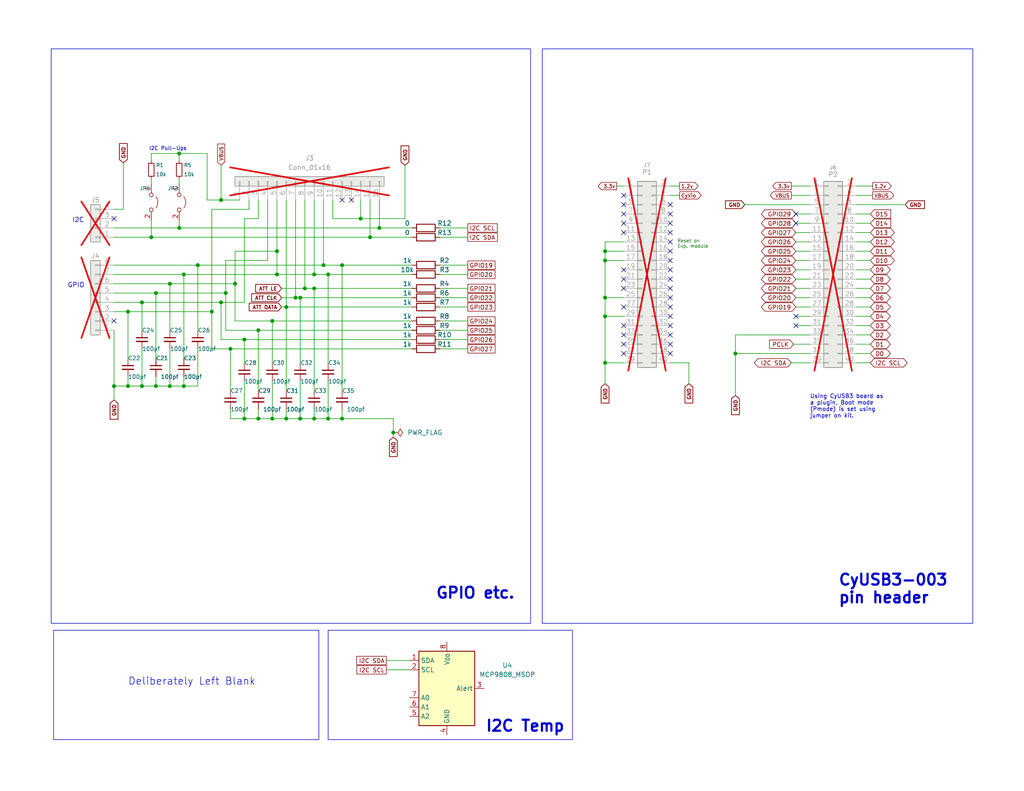
<source format=kicad_sch>
(kicad_sch (version 20231120) (generator "eeschema") (generator_version "8.0")
  (paper "USLetter")
  (title_block (title "PSWS-HF103-proto") (date "2025-04-28") (rev "0.1.0") (company "Dave Witten, KD0EAG") (comment 2 "[ A Minimalist Rework of HF-103 designed by Oskar Stella, ik1xpv ]") (comment 3 "Infineon/Cypress  FX3 DevKit and LTC2208 Demo modules") (comment 4 "A development straw-man based on the") (comment 5 " "))
  (lib_symbols
    (symbol "ClemSDR_Library:R_Small" (pin_numbers hide) (pin_names (offset 0.254) hide)
      (property "Reference" "R" (at 0.762 0.508 0))
      (property "Value" "R_Small" (at 0.762 -1.016 0))
      (symbol "R_Small_1_1"
        (pin passive line (at 0 2.54 270) (length 0.762) (name "~") (number "1"))
        (pin passive line (at 0 -2.54 90) (length 0.762) (name "~") (number "2"))
      )
    )
    (symbol "Conn_02x20_Odd_Even_1" (pin_names (offset 1.016) hide)
      (property "Reference" "J" (at 1.27 25.4 0))
      (property "Value" "Conn_02x20_Odd_Even" (at 1.27 -27.94 0))
      (symbol "Conn_02x20_Odd_Even_1_1_1"
        (pin passive line (at -5.08 22.86 0) (length 3.81) (name "Pin_1") (number "1"))
        (pin passive line (at 7.62 12.7 180) (length 3.81) (name "Pin_10") (number "10"))
        (pin passive line (at -5.08 10.16 0) (length 3.81) (name "Pin_11") (number "11"))
        (pin passive line (at 7.62 10.16 180) (length 3.81) (name "Pin_12") (number "12"))
        (pin passive line (at -5.08 7.62 0) (length 3.81) (name "Pin_13") (number "13"))
        (pin passive line (at 7.62 7.62 180) (length 3.81) (name "Pin_14") (number "14"))
        (pin passive line (at -5.08 5.08 0) (length 3.81) (name "Pin_15") (number "15"))
        (pin passive line (at 7.62 5.08 180) (length 3.81) (name "Pin_16") (number "16"))
        (pin passive line (at -5.08 2.54 0) (length 3.81) (name "Pin_17") (number "17"))
        (pin passive line (at 7.62 2.54 180) (length 3.81) (name "Pin_18") (number "18"))
        (pin passive line (at -5.08 0 0) (length 3.81) (name "Pin_19") (number "19"))
        (pin passive line (at 7.62 22.86 180) (length 3.81) (name "Pin_2") (number "2"))
        (pin passive line (at 7.62 0 180) (length 3.81) (name "Pin_20") (number "20"))
        (pin passive line (at -5.08 -2.54 0) (length 3.81) (name "Pin_21") (number "21"))
        (pin passive line (at 7.62 -2.54 180) (length 3.81) (name "Pin_22") (number "22"))
        (pin passive line (at -5.08 -5.08 0) (length 3.81) (name "Pin_23") (number "23"))
        (pin passive line (at 7.62 -5.08 180) (length 3.81) (name "Pin_24") (number "24"))
        (pin passive line (at -5.08 -7.62 0) (length 3.81) (name "Pin_25") (number "25"))
        (pin passive line (at 7.62 -7.62 180) (length 3.81) (name "Pin_26") (number "26"))
        (pin passive line (at -5.08 -10.16 0) (length 3.81) (name "Pin_27") (number "27"))
        (pin passive line (at 7.62 -10.16 180) (length 3.81) (name "Pin_28") (number "28"))
        (pin passive line (at -5.08 -12.7 0) (length 3.81) (name "Pin_29") (number "29"))
        (pin passive line (at -5.08 20.32 0) (length 3.81) (name "Pin_3") (number "3"))
        (pin passive line (at 7.62 -12.7 180) (length 3.81) (name "Pin_30") (number "30"))
        (pin passive line (at -5.08 -15.24 0) (length 3.81) (name "Pin_31") (number "31"))
        (pin passive line (at 7.62 -15.24 180) (length 3.81) (name "Pin_32") (number "32"))
        (pin passive line (at -5.08 -17.78 0) (length 3.81) (name "Pin_33") (number "33"))
        (pin passive line (at 7.62 -17.78 180) (length 3.81) (name "Pin_34") (number "34"))
        (pin passive line (at -5.08 -20.32 0) (length 3.81) (name "Pin_35") (number "35"))
        (pin passive line (at 7.62 -20.32 180) (length 3.81) (name "Pin_36") (number "36"))
        (pin passive line (at -5.08 -22.86 0) (length 3.81) (name "Pin_37") (number "37"))
        (pin passive line (at 7.62 -22.86 180) (length 3.81) (name "Pin_38") (number "38"))
        (pin passive line (at -5.08 -25.4 0) (length 3.81) (name "Pin_39") (number "39"))
        (pin passive line (at 7.62 20.32 180) (length 3.81) (name "Pin_4") (number "4"))
        (pin passive line (at 7.62 -25.4 180) (length 3.81) (name "Pin_40") (number "40"))
        (pin passive line (at -5.08 17.78 0) (length 3.81) (name "Pin_5") (number "5"))
        (pin passive line (at 7.62 17.78 180) (length 3.81) (name "Pin_6") (number "6"))
        (pin passive line (at -5.08 15.24 0) (length 3.81) (name "Pin_7") (number "7"))
        (pin passive line (at 7.62 15.24 180) (length 3.81) (name "Pin_8") (number "8"))
        (pin passive line (at -5.08 12.7 0) (length 3.81) (name "Pin_9") (number "9"))
      )
    )
    (symbol "Connector_Generic:Conn_01x04" (pin_names (offset 1.016) hide)
      (property "Reference" "J" (at 0 5.08 0))
      (property "Value" "Conn_01x04" (at 0 -7.62 0))
      (symbol "Conn_01x04_1_1"
        (pin passive line (at -5.08 2.54 0) (length 3.81) (name "Pin_1") (number "1"))
        (pin passive line (at -5.08 0 0) (length 3.81) (name "Pin_2") (number "2"))
        (pin passive line (at -5.08 -2.54 0) (length 3.81) (name "Pin_3") (number "3"))
        (pin passive line (at -5.08 -5.08 0) (length 3.81) (name "Pin_4") (number "4"))
      )
    )
    (symbol "Connector_Generic:Conn_01x08" (pin_names (offset 1.016) hide)
      (property "Reference" "J" (at 0 10.16 0))
      (property "Value" "Conn_01x08" (at 0 -12.7 0))
      (symbol "Conn_01x08_1_1"
        (pin passive line (at -5.08 7.62 0) (length 3.81) (name "Pin_1") (number "1"))
        (pin passive line (at -5.08 5.08 0) (length 3.81) (name "Pin_2") (number "2"))
        (pin passive line (at -5.08 2.54 0) (length 3.81) (name "Pin_3") (number "3"))
        (pin passive line (at -5.08 0 0) (length 3.81) (name "Pin_4") (number "4"))
        (pin passive line (at -5.08 -2.54 0) (length 3.81) (name "Pin_5") (number "5"))
        (pin passive line (at -5.08 -5.08 0) (length 3.81) (name "Pin_6") (number "6"))
        (pin passive line (at -5.08 -7.62 0) (length 3.81) (name "Pin_7") (number "7"))
        (pin passive line (at -5.08 -10.16 0) (length 3.81) (name "Pin_8") (number "8"))
      )
    )
    (symbol "Connector_Generic:Conn_01x16" (pin_names (offset 1.016) hide)
      (property "Reference" "J" (at 0 20.32 0))
      (property "Value" "Conn_01x16" (at 0 -22.86 0))
      (symbol "Conn_01x16_1_1"
        (pin passive line (at -5.08 17.78 0) (length 3.81) (name "Pin_1") (number "1"))
        (pin passive line (at -5.08 -5.08 0) (length 3.81) (name "Pin_10") (number "10"))
        (pin passive line (at -5.08 -7.62 0) (length 3.81) (name "Pin_11") (number "11"))
        (pin passive line (at -5.08 -10.16 0) (length 3.81) (name "Pin_12") (number "12"))
        (pin passive line (at -5.08 -12.7 0) (length 3.81) (name "Pin_13") (number "13"))
        (pin passive line (at -5.08 -15.24 0) (length 3.81) (name "Pin_14") (number "14"))
        (pin passive line (at -5.08 -17.78 0) (length 3.81) (name "Pin_15") (number "15"))
        (pin passive line (at -5.08 -20.32 0) (length 3.81) (name "Pin_16") (number "16"))
        (pin passive line (at -5.08 15.24 0) (length 3.81) (name "Pin_2") (number "2"))
        (pin passive line (at -5.08 12.7 0) (length 3.81) (name "Pin_3") (number "3"))
        (pin passive line (at -5.08 10.16 0) (length 3.81) (name "Pin_4") (number "4"))
        (pin passive line (at -5.08 7.62 0) (length 3.81) (name "Pin_5") (number "5"))
        (pin passive line (at -5.08 5.08 0) (length 3.81) (name "Pin_6") (number "6"))
        (pin passive line (at -5.08 2.54 0) (length 3.81) (name "Pin_7") (number "7"))
        (pin passive line (at -5.08 0 0) (length 3.81) (name "Pin_8") (number "8"))
        (pin passive line (at -5.08 -2.54 0) (length 3.81) (name "Pin_9") (number "9"))
      )
    )
    (symbol "Connector_Generic:Conn_02x20_Odd_Even" (pin_names (offset 1.016) hide)
      (property "Reference" "J" (at 1.27 25.4 0))
      (property "Value" "Conn_02x20_Odd_Even" (at 1.27 -27.94 0))
      (symbol "Conn_02x20_Odd_Even_1_1"
        (pin passive line (at -5.08 22.86 0) (length 3.81) (name "Pin_1") (number "1"))
        (pin passive line (at 7.62 12.7 180) (length 3.81) (name "Pin_10") (number "10"))
        (pin passive line (at -5.08 10.16 0) (length 3.81) (name "Pin_11") (number "11"))
        (pin passive line (at 7.62 10.16 180) (length 3.81) (name "Pin_12") (number "12"))
        (pin passive line (at -5.08 7.62 0) (length 3.81) (name "Pin_13") (number "13"))
        (pin passive line (at 7.62 7.62 180) (length 3.81) (name "Pin_14") (number "14"))
        (pin passive line (at -5.08 5.08 0) (length 3.81) (name "Pin_15") (number "15"))
        (pin passive line (at 7.62 5.08 180) (length 3.81) (name "Pin_16") (number "16"))
        (pin passive line (at -5.08 2.54 0) (length 3.81) (name "Pin_17") (number "17"))
        (pin passive line (at 7.62 2.54 180) (length 3.81) (name "Pin_18") (number "18"))
        (pin passive line (at -5.08 0 0) (length 3.81) (name "Pin_19") (number "19"))
        (pin passive line (at 7.62 22.86 180) (length 3.81) (name "Pin_2") (number "2"))
        (pin passive line (at 7.62 0 180) (length 3.81) (name "Pin_20") (number "20"))
        (pin passive line (at -5.08 -2.54 0) (length 3.81) (name "Pin_21") (number "21"))
        (pin passive line (at 7.62 -2.54 180) (length 3.81) (name "Pin_22") (number "22"))
        (pin passive line (at -5.08 -5.08 0) (length 3.81) (name "Pin_23") (number "23"))
        (pin passive line (at 7.62 -5.08 180) (length 3.81) (name "Pin_24") (number "24"))
        (pin passive line (at -5.08 -7.62 0) (length 3.81) (name "Pin_25") (number "25"))
        (pin passive line (at 7.62 -7.62 180) (length 3.81) (name "Pin_26") (number "26"))
        (pin passive line (at -5.08 -10.16 0) (length 3.81) (name "Pin_27") (number "27"))
        (pin passive line (at 7.62 -10.16 180) (length 3.81) (name "Pin_28") (number "28"))
        (pin passive line (at -5.08 -12.7 0) (length 3.81) (name "Pin_29") (number "29"))
        (pin passive line (at -5.08 20.32 0) (length 3.81) (name "Pin_3") (number "3"))
        (pin passive line (at 7.62 -12.7 180) (length 3.81) (name "Pin_30") (number "30"))
        (pin passive line (at -5.08 -15.24 0) (length 3.81) (name "Pin_31") (number "31"))
        (pin passive line (at 7.62 -15.24 180) (length 3.81) (name "Pin_32") (number "32"))
        (pin passive line (at -5.08 -17.78 0) (length 3.81) (name "Pin_33") (number "33"))
        (pin passive line (at 7.62 -17.78 180) (length 3.81) (name "Pin_34") (number "34"))
        (pin passive line (at -5.08 -20.32 0) (length 3.81) (name "Pin_35") (number "35"))
        (pin passive line (at 7.62 -20.32 180) (length 3.81) (name "Pin_36") (number "36"))
        (pin passive line (at -5.08 -22.86 0) (length 3.81) (name "Pin_37") (number "37"))
        (pin passive line (at 7.62 -22.86 180) (length 3.81) (name "Pin_38") (number "38"))
        (pin passive line (at -5.08 -25.4 0) (length 3.81) (name "Pin_39") (number "39"))
        (pin passive line (at 7.62 20.32 180) (length 3.81) (name "Pin_4") (number "4"))
        (pin passive line (at 7.62 -25.4 180) (length 3.81) (name "Pin_40") (number "40"))
        (pin passive line (at -5.08 17.78 0) (length 3.81) (name "Pin_5") (number "5"))
        (pin passive line (at 7.62 17.78 180) (length 3.81) (name "Pin_6") (number "6"))
        (pin passive line (at -5.08 15.24 0) (length 3.81) (name "Pin_7") (number "7"))
        (pin passive line (at 7.62 15.24 180) (length 3.81) (name "Pin_8") (number "8"))
        (pin passive line (at -5.08 12.7 0) (length 3.81) (name "Pin_9") (number "9"))
      )
    )
    (symbol "Device:C_Small" (pin_numbers hide) (pin_names (offset 0.254) hide)
      (property "Reference" "C" (at 0.254 1.778 0))
      (property "Value" "C_Small" (at 0.254 -2.032 0))
      (symbol "C_Small_1_1"
        (pin passive line (at 0 2.54 270) (length 2.032) (name "~") (number "1"))
        (pin passive line (at 0 -2.54 90) (length 2.032) (name "~") (number "2"))
      )
    )
    (symbol "Device:R" (pin_numbers hide) (pin_names (offset 0))
      (property "Reference" "R" (at 2.032 0 90))
      (property "Value" "R" (at 0 0 90))
      (symbol "R_1_1"
        (pin passive line (at 0 3.81 270) (length 1.27) (name "~") (number "1"))
        (pin passive line (at 0 -3.81 90) (length 1.27) (name "~") (number "2"))
      )
    )
    (symbol "Jumper:Jumper_2_Open" (pin_names (offset 0) hide)
      (property "Reference" "JP" (at 0 2.794 0))
      (property "Value" "Jumper_2_Open" (at 0 -2.286 0))
      (symbol "Jumper_2_Open_1_1"
        (pin passive line (at -5.08 0 0) (length 2.54) (name "A") (number "1"))
        (pin passive line (at 5.08 0 180) (length 2.54) (name "B") (number "2"))
      )
    )
    (symbol "Sensor_Temperature:MCP9808_MSOP"
      (property "Reference" "U" (at -6.35 11.43 0))
      (property "Value" "MCP9808_MSOP" (at 10.16 11.43 0))
      (symbol "MCP9808_MSOP_1_1"
        (pin bidirectional line (at -10.16 7.62 0) (length 2.54) (name "SDA") (number "1"))
        (pin input line (at -10.16 5.08 0) (length 2.54) (name "SCL") (number "2"))
        (pin output line (at 10.16 0 180) (length 2.54) (name "Alert") (number "3"))
        (pin power_in line (at 0 -12.7 90) (length 2.54) (name "GND") (number "4"))
        (pin input line (at -10.16 -7.62 0) (length 2.54) (name "A2") (number "5"))
        (pin input line (at -10.16 -5.08 0) (length 2.54) (name "A1") (number "6"))
        (pin input line (at -10.16 -2.54 0) (length 2.54) (name "A0") (number "7"))
        (pin power_in line (at 0 12.7 270) (length 2.54) (name "V_{DD}") (number "8"))
      )
    )
    (symbol "power:PWR_FLAG" (power) (pin_numbers hide) (pin_names (offset 0) hide)
      (property "Value" "PWR_FLAG" (at 0 3.81 0))
      (symbol "PWR_FLAG_0_0"
        (pin power_out line (at 0 0 90) (length 0) (name "pwr") (number "1"))
      )
    )
  )
  (junction (at 165.1 81.28))
  (junction (at 103.505 62.23))
  (junction (at 83.185 78.74))
  (junction (at 165.1 99.06))
  (junction (at 66.675 114.3))
  (junction (at 165.1 71.12))
  (junction (at 70.485 90.17))
  (junction (at 66.675 92.71))
  (junction (at 85.725 114.3))
  (junction (at 74.295 114.3))
  (junction (at 81.915 114.3))
  (junction (at 60.325 82.55))
  (junction (at 81.915 81.28))
  (junction (at 50.165 74.93))
  (junction (at 100.965 64.77))
  (junction (at 89.535 114.3))
  (junction (at 75.565 74.93))
  (junction (at 46.355 105.41))
  (junction (at 61.595 80.01))
  (junction (at 64.135 77.47))
  (junction (at 34.925 85.09))
  (junction (at 85.725 78.74))
  (junction (at 165.1 68.58))
  (junction (at 46.355 77.47))
  (junction (at 74.295 87.63))
  (junction (at 42.545 80.01))
  (junction (at 53.975 72.39))
  (junction (at 60.325 54.61))
  (junction (at 48.895 41.91))
  (junction (at 42.545 105.41))
  (junction (at 165.1 86.36))
  (junction (at 88.265 72.39))
  (junction (at 75.565 68.58))
  (junction (at 80.645 81.28))
  (junction (at 93.345 72.39))
  (junction (at 38.735 82.55))
  (junction (at 98.425 59.69))
  (junction (at 31.115 105.41))
  (junction (at 38.735 105.41))
  (junction (at 107.315 118.11))
  (junction (at 93.345 114.3))
  (junction (at 78.105 114.3))
  (junction (at 200.66 96.52))
  (junction (at 34.925 105.41))
  (junction (at 89.535 74.93))
  (junction (at 41.275 64.77))
  (junction (at 85.725 74.93))
  (junction (at 70.485 114.3))
  (junction (at 62.865 95.25))
  (junction (at 50.165 105.41))
  (junction (at 78.105 83.82))
  (junction (at 48.895 62.23))
  (junction (at 57.785 85.09))
  (no_connect (at 170.18 93.98))
  (no_connect (at 217.17 58.42))
  (no_connect (at 95.885 54.61))
  (no_connect (at 93.345 54.61))
  (no_connect (at 182.88 58.42))
  (no_connect (at 217.17 60.96))
  (no_connect (at 182.88 73.66))
  (no_connect (at 182.88 91.44))
  (no_connect (at 170.18 58.42))
  (no_connect (at 170.18 55.88))
  (no_connect (at 170.18 60.96))
  (no_connect (at 182.88 88.9))
  (no_connect (at 170.18 76.2))
  (no_connect (at 182.88 86.36))
  (no_connect (at 170.18 91.44))
  (no_connect (at 31.115 59.69))
  (no_connect (at 182.88 55.88))
  (no_connect (at 182.88 60.96))
  (no_connect (at 182.88 71.12))
  (no_connect (at 182.88 76.2))
  (no_connect (at 182.88 66.04))
  (no_connect (at 182.88 96.52))
  (no_connect (at 182.88 68.58))
  (no_connect (at 217.17 88.9))
  (no_connect (at 170.18 53.34))
  (no_connect (at 217.17 86.36))
  (no_connect (at 170.18 88.9))
  (no_connect (at 182.88 83.82))
  (no_connect (at 170.18 83.82))
  (no_connect (at 31.115 87.63))
  (no_connect (at 182.88 63.5))
  (no_connect (at 170.18 63.5))
  (no_connect (at 170.18 96.52))
  (no_connect (at 182.88 93.98))
  (no_connect (at 170.18 78.74))
  (no_connect (at 170.18 73.66))
  (no_connect (at 182.88 78.74))
  (no_connect (at 182.88 81.28))
  (wire (pts (xy 89.535 74.93) (xy 112.395 74.93)))
  (wire (pts (xy 50.165 74.93) (xy 50.165 97.79)))
  (wire (pts (xy 182.88 50.8) (xy 185.42 50.8)))
  (wire (pts (xy 88.265 72.39) (xy 93.345 72.39)))
  (wire (pts (xy 93.345 114.3) (xy 107.315 114.3)))
  (wire (pts (xy 165.1 81.28) (xy 165.1 86.36)))
  (wire (pts (xy 120.015 95.25) (xy 127.635 95.25)))
  (wire (pts (xy 66.675 82.55) (xy 60.325 82.55)))
  (wire (pts (xy 34.925 105.41) (xy 38.735 105.41)))
  (wire (pts (xy 78.105 114.3) (xy 81.915 114.3)))
  (wire (pts (xy 85.725 78.74) (xy 85.725 106.68)))
  (wire (pts (xy 81.915 81.28) (xy 81.915 99.06)))
  (wire (pts (xy 216.535 93.98) (xy 220.98 93.98)))
  (wire (pts (xy 165.1 86.36) (xy 170.18 86.36)))
  (wire (pts (xy 120.015 72.39) (xy 127.635 72.39)))
  (wire (pts (xy 57.785 85.09) (xy 57.785 95.25)))
  (wire (pts (xy 70.485 111.76) (xy 70.485 114.3)))
  (wire (pts (xy 217.17 86.36) (xy 220.98 86.36)))
  (wire (pts (xy 33.655 44.45) (xy 33.655 57.15)))
  (wire (pts (xy 233.68 81.28) (xy 237.49 81.28)))
  (wire (pts (xy 70.485 59.69) (xy 70.485 54.61)))
  (wire (pts (xy 120.015 64.77) (xy 127.635 64.77)))
  (wire (pts (xy 103.505 62.23) (xy 112.395 62.23)))
  (wire (pts (xy 78.105 54.61) (xy 78.105 83.82)))
  (wire (pts (xy 81.915 81.28) (xy 112.395 81.28)))
  (wire (pts (xy 56.515 54.61) (xy 60.325 54.61)))
  (wire (pts (xy 41.275 43.815) (xy 41.275 41.91)))
  (wire (pts (xy 89.535 74.93) (xy 89.535 99.06)))
  (wire (pts (xy 233.68 88.9) (xy 237.49 88.9)))
  (wire (pts (xy 120.015 87.63) (xy 127.635 87.63)))
  (wire (pts (xy 215.9 99.06) (xy 220.98 99.06)))
  (wire (pts (xy 217.17 66.04) (xy 220.98 66.04)))
  (wire (pts (xy 85.725 78.74) (xy 112.395 78.74)))
  (wire (pts (xy 110.49 59.69) (xy 98.425 59.69)))
  (wire (pts (xy 233.68 86.36) (xy 237.49 86.36)))
  (wire (pts (xy 217.17 60.96) (xy 220.98 60.96)))
  (wire (pts (xy 233.68 53.34) (xy 238.125 53.34)))
  (wire (pts (xy 120.015 78.74) (xy 127.635 78.74)))
  (wire (pts (xy 66.675 92.71) (xy 66.675 99.06)))
  (wire (pts (xy 85.725 111.76) (xy 85.725 114.3)))
  (wire (pts (xy 31.115 82.55) (xy 38.735 82.55)))
  (wire (pts (xy 217.17 68.58) (xy 220.98 68.58)))
  (wire (pts (xy 233.68 78.74) (xy 237.49 78.74)))
  (wire (pts (xy 31.115 57.15) (xy 33.655 57.15)))
  (wire (pts (xy 233.68 99.06) (xy 237.49 99.06)))
  (wire (pts (xy 165.1 66.04) (xy 165.1 68.58)))
  (wire (pts (xy 41.275 41.91) (xy 48.895 41.91)))
  (wire (pts (xy 105.41 182.88) (xy 111.76 182.88)))
  (wire (pts (xy 70.485 90.17) (xy 70.485 106.68)))
  (wire (pts (xy 48.895 62.23) (xy 103.505 62.23)))
  (wire (pts (xy 50.165 74.93) (xy 75.565 74.93)))
  (wire (pts (xy 165.1 71.12) (xy 165.1 81.28)))
  (wire (pts (xy 100.965 64.77) (xy 112.395 64.77)))
  (wire (pts (xy 62.865 95.25) (xy 57.785 95.25)))
  (wire (pts (xy 42.545 105.41) (xy 46.355 105.41)))
  (wire (pts (xy 74.295 104.14) (xy 74.295 114.3)))
  (wire (pts (xy 34.925 102.87) (xy 34.925 105.41)))
  (wire (pts (xy 50.165 102.87) (xy 50.165 105.41)))
  (wire (pts (xy 75.565 68.58) (xy 75.565 74.93)))
  (wire (pts (xy 78.105 83.82) (xy 112.395 83.82)))
  (wire (pts (xy 203.2 55.88) (xy 220.98 55.88)))
  (wire (pts (xy 120.015 81.28) (xy 127.635 81.28)))
  (wire (pts (xy 217.17 78.74) (xy 220.98 78.74)))
  (wire (pts (xy 81.915 104.14) (xy 81.915 114.3)))
  (wire (pts (xy 75.565 68.58) (xy 64.135 68.58)))
  (wire (pts (xy 217.17 83.82) (xy 220.98 83.82)))
  (wire (pts (xy 120.015 62.23) (xy 127.635 62.23)))
  (wire (pts (xy 78.105 111.76) (xy 78.105 114.3)))
  (wire (pts (xy 187.96 104.775) (xy 187.96 99.06)))
  (wire (pts (xy 233.68 50.8) (xy 238.125 50.8)))
  (wire (pts (xy 61.595 90.17) (xy 61.595 80.01)))
  (wire (pts (xy 38.735 95.25) (xy 38.735 105.41)))
  (wire (pts (xy 233.68 55.88) (xy 247.015 55.88)))
  (wire (pts (xy 88.265 54.61) (xy 88.265 72.39)))
  (wire (pts (xy 46.355 95.25) (xy 46.355 105.41)))
  (wire (pts (xy 75.565 54.61) (xy 75.565 68.58)))
  (wire (pts (xy 34.925 85.09) (xy 34.925 97.79)))
  (wire (pts (xy 62.865 111.76) (xy 62.865 114.3)))
  (wire (pts (xy 233.68 68.58) (xy 237.49 68.58)))
  (wire (pts (xy 62.865 95.25) (xy 62.865 106.68)))
  (wire (pts (xy 170.18 99.06) (xy 165.1 99.06)))
  (wire (pts (xy 76.835 81.28) (xy 80.645 81.28)))
  (wire (pts (xy 31.115 72.39) (xy 53.975 72.39)))
  (wire (pts (xy 233.68 76.2) (xy 237.49 76.2)))
  (wire (pts (xy 61.595 71.12) (xy 61.595 80.01)))
  (wire (pts (xy 80.645 81.28) (xy 81.915 81.28)))
  (wire (pts (xy 31.115 74.93) (xy 50.165 74.93)))
  (wire (pts (xy 83.185 78.74) (xy 85.725 78.74)))
  (wire (pts (xy 165.1 68.58) (xy 165.1 71.12)))
  (wire (pts (xy 38.735 82.55) (xy 38.735 90.17)))
  (wire (pts (xy 233.68 71.12) (xy 237.49 71.12)))
  (wire (pts (xy 90.805 59.69) (xy 98.425 59.69)))
  (wire (pts (xy 60.325 92.71) (xy 60.325 82.55)))
  (wire (pts (xy 73.025 71.12) (xy 73.025 54.61)))
  (wire (pts (xy 41.275 60.325) (xy 41.275 64.77)))
  (wire (pts (xy 50.165 105.41) (xy 53.975 105.41)))
  (wire (pts (xy 187.96 99.06) (xy 182.88 99.06)))
  (wire (pts (xy 107.315 118.11) (xy 107.315 119.38)))
  (wire (pts (xy 57.785 57.15) (xy 67.945 57.15)))
  (wire (pts (xy 31.115 62.23) (xy 48.895 62.23)))
  (wire (pts (xy 66.675 59.69) (xy 70.485 59.69)))
  (wire (pts (xy 182.88 53.34) (xy 185.42 53.34)))
  (wire (pts (xy 56.515 41.91) (xy 56.515 54.61)))
  (wire (pts (xy 233.68 96.52) (xy 237.49 96.52)))
  (wire (pts (xy 93.345 111.76) (xy 93.345 114.3)))
  (wire (pts (xy 53.975 95.25) (xy 53.975 105.41)))
  (wire (pts (xy 48.895 41.91) (xy 48.895 43.815)))
  (wire (pts (xy 31.115 90.17) (xy 31.115 105.41)))
  (wire (pts (xy 53.975 72.39) (xy 88.265 72.39)))
  (wire (pts (xy 170.18 66.04) (xy 165.1 66.04)))
  (wire (pts (xy 46.355 77.47) (xy 46.355 90.17)))
  (wire (pts (xy 48.895 48.895) (xy 48.895 50.165)))
  (wire (pts (xy 81.915 114.3) (xy 85.725 114.3)))
  (wire (pts (xy 31.115 105.41) (xy 31.115 109.22)))
  (wire (pts (xy 120.015 83.82) (xy 127.635 83.82)))
  (wire (pts (xy 78.105 83.82) (xy 78.105 106.68)))
  (wire (pts (xy 80.645 54.61) (xy 80.645 81.28)))
  (wire (pts (xy 42.545 80.01) (xy 61.595 80.01)))
  (wire (pts (xy 74.295 114.3) (xy 78.105 114.3)))
  (wire (pts (xy 233.68 58.42) (xy 237.49 58.42)))
  (wire (pts (xy 83.185 54.61) (xy 83.185 78.74)))
  (wire (pts (xy 200.66 107.95) (xy 200.66 96.52)))
  (wire (pts (xy 217.17 88.9) (xy 220.98 88.9)))
  (wire (pts (xy 64.135 87.63) (xy 74.295 87.63)))
  (wire (pts (xy 74.295 87.63) (xy 74.295 99.06)))
  (wire (pts (xy 31.115 105.41) (xy 34.925 105.41)))
  (wire (pts (xy 107.315 114.3) (xy 107.315 118.11)))
  (wire (pts (xy 53.975 72.39) (xy 53.975 90.17)))
  (wire (pts (xy 70.485 90.17) (xy 112.395 90.17)))
  (wire (pts (xy 217.17 81.28) (xy 220.98 81.28)))
  (wire (pts (xy 93.345 72.39) (xy 93.345 106.68)))
  (wire (pts (xy 120.015 74.93) (xy 127.635 74.93)))
  (wire (pts (xy 233.68 63.5) (xy 237.49 63.5)))
  (wire (pts (xy 200.66 91.44) (xy 220.98 91.44)))
  (wire (pts (xy 76.835 83.82) (xy 78.105 83.82)))
  (wire (pts (xy 31.115 64.77) (xy 41.275 64.77)))
  (wire (pts (xy 62.865 114.3) (xy 66.675 114.3)))
  (wire (pts (xy 42.545 80.01) (xy 42.545 97.79)))
  (wire (pts (xy 74.295 87.63) (xy 112.395 87.63)))
  (wire (pts (xy 31.115 85.09) (xy 34.925 85.09)))
  (wire (pts (xy 48.895 41.91) (xy 56.515 41.91)))
  (wire (pts (xy 217.17 63.5) (xy 220.98 63.5)))
  (wire (pts (xy 31.115 80.01) (xy 42.545 80.01)))
  (wire (pts (xy 165.1 71.12) (xy 170.18 71.12)))
  (wire (pts (xy 42.545 102.87) (xy 42.545 105.41)))
  (wire (pts (xy 165.1 86.36) (xy 165.1 99.06)))
  (wire (pts (xy 233.68 91.44) (xy 237.49 91.44)))
  (wire (pts (xy 217.17 58.42) (xy 220.98 58.42)))
  (wire (pts (xy 120.015 90.17) (xy 127.635 90.17)))
  (wire (pts (xy 89.535 104.14) (xy 89.535 114.3)))
  (wire (pts (xy 85.725 54.61) (xy 85.725 74.93)))
  (wire (pts (xy 41.275 48.895) (xy 41.275 50.165)))
  (wire (pts (xy 46.355 77.47) (xy 64.135 77.47)))
  (wire (pts (xy 70.485 114.3) (xy 74.295 114.3)))
  (wire (pts (xy 31.115 77.47) (xy 46.355 77.47)))
  (wire (pts (xy 103.505 54.61) (xy 103.505 62.23)))
  (wire (pts (xy 85.725 74.93) (xy 75.565 74.93)))
  (wire (pts (xy 165.1 68.58) (xy 170.18 68.58)))
  (wire (pts (xy 90.805 54.61) (xy 90.805 59.69)))
  (wire (pts (xy 60.325 54.61) (xy 65.405 54.61)))
  (wire (pts (xy 168.275 50.8) (xy 170.18 50.8)))
  (wire (pts (xy 60.325 45.085) (xy 60.325 54.61)))
  (wire (pts (xy 61.595 90.17) (xy 70.485 90.17)))
  (wire (pts (xy 112.395 92.71) (xy 66.675 92.71)))
  (wire (pts (xy 217.17 76.2) (xy 220.98 76.2)))
  (wire (pts (xy 66.675 114.3) (xy 70.485 114.3)))
  (wire (pts (xy 38.735 82.55) (xy 60.325 82.55)))
  (wire (pts (xy 64.135 77.47) (xy 64.135 87.63)))
  (wire (pts (xy 48.895 60.325) (xy 48.895 62.23)))
  (wire (pts (xy 57.785 57.15) (xy 57.785 85.09)))
  (wire (pts (xy 233.68 73.66) (xy 237.49 73.66)))
  (wire (pts (xy 233.68 66.04) (xy 237.49 66.04)))
  (wire (pts (xy 112.395 95.25) (xy 62.865 95.25)))
  (wire (pts (xy 220.98 53.34) (xy 215.9 53.34)))
  (wire (pts (xy 34.925 85.09) (xy 57.785 85.09)))
  (wire (pts (xy 66.675 59.69) (xy 66.675 82.55)))
  (wire (pts (xy 61.595 71.12) (xy 73.025 71.12)))
  (wire (pts (xy 110.49 45.085) (xy 110.49 59.69)))
  (wire (pts (xy 215.9 50.8) (xy 220.98 50.8)))
  (wire (pts (xy 233.68 93.98) (xy 237.49 93.98)))
  (wire (pts (xy 67.945 57.15) (xy 67.945 54.61)))
  (wire (pts (xy 41.275 64.77) (xy 100.965 64.77)))
  (wire (pts (xy 38.735 105.41) (xy 42.545 105.41)))
  (wire (pts (xy 165.1 99.06) (xy 165.1 104.775)))
  (wire (pts (xy 93.345 72.39) (xy 112.395 72.39)))
  (wire (pts (xy 85.725 114.3) (xy 89.535 114.3)))
  (wire (pts (xy 233.68 60.96) (xy 237.49 60.96)))
  (wire (pts (xy 98.425 54.61) (xy 98.425 59.69)))
  (wire (pts (xy 165.1 81.28) (xy 170.18 81.28)))
  (wire (pts (xy 120.015 92.71) (xy 127.635 92.71)))
  (wire (pts (xy 46.355 105.41) (xy 50.165 105.41)))
  (wire (pts (xy 217.17 71.12) (xy 220.98 71.12)))
  (wire (pts (xy 105.41 180.34) (xy 111.76 180.34)))
  (wire (pts (xy 64.135 68.58) (xy 64.135 77.47)))
  (wire (pts (xy 233.68 83.82) (xy 237.49 83.82)))
  (wire (pts (xy 100.965 54.61) (xy 100.965 64.77)))
  (wire (pts (xy 85.725 74.93) (xy 89.535 74.93)))
  (wire (pts (xy 200.66 91.44) (xy 200.66 96.52)))
  (wire (pts (xy 217.17 73.66) (xy 220.98 73.66)))
  (wire (pts (xy 66.675 92.71) (xy 60.325 92.71)))
  (wire (pts (xy 66.675 104.14) (xy 66.675 114.3)))
  (wire (pts (xy 89.535 114.3) (xy 93.345 114.3)))
  (wire (pts (xy 200.66 96.52) (xy 220.98 96.52)))
  (wire (pts (xy 76.835 78.74) (xy 83.185 78.74)))
  (rectangle (start 13.97 13.335) (end 144.78 170.18))
  (rectangle (start 14.605 172.085) (end 86.995 201.93))
  (rectangle (start 147.955 13.335) (end 265.43 170.18))
  (rectangle (start 89.535 172.085) (end 156.21 201.93))
  (text "GPIO etc." (at 118.745 163.83 0) (effects (font (size 3 3) (thickness 0.6) (bold yes)) (justify left bottom)))
  (text "I2C" (at 19.685 60.96 0) (effects (font (size 1.27 1.27)) (justify left bottom)))
  (text "GPIO" (at 18.415 78.74 0) (effects (font (size 1.27 1.27)) (justify left bottom)))
  (text "I2C Temp" (at 132.334 200.152 0) (effects (font (size 3 3) (thickness 0.6) (bold yes)) (justify left bottom)))
  (text "I2C Pull-Ups" (at 40.64 41.275 0) (effects (font (size 1 1)) (justify left bottom)))
  (text "Deliberately Left Blank" (at 34.925 187.325 0) (effects (font (size 2 2)) (justify left bottom)))
  (text "CyUSB3-003\npin header" (at 228.6 165.1 0) (effects (font (size 3 3) (thickness 0.6) (bold yes)) (justify left bottom)))
  (text "Reset on \nExp. module" (at 184.785 67.945 0) (effects (font (size 0.9 0.9)) (justify left bottom)))
  (text "Using CyUSB3 board as \na plugin, Boot mode \n(Pmode) is set using \njumper on kit." (at 220.98 114.3 0) (effects (font (size 1.1 1.1)) (justify left bottom)))
  (global_label "GPIO24" (shape bidirectional) (at 217.17 71.12 180) (effects (font (size 1.15 1.15))) (property "Intersheetrefs" "${INTERSHEET_REFS}" (at 207.2895 71.12 0) (effects (justify right))))
  (global_label "GPIO28" (shape bidirectional) (at 217.17 60.96 180) (effects (font (size 1.15 1.15))) (property "Intersheetrefs" "${INTERSHEET_REFS}" (at 207.2177 60.96 0) (effects (justify right))))
  (global_label "GPIO20" (shape bidirectional) (at 217.17 81.28 180) (effects (font (size 1.15 1.15))) (property "Intersheetrefs" "${INTERSHEET_REFS}" (at 207.2895 81.28 0) (effects (justify right))))
  (global_label "D2" (shape bidirectional) (at 237.49 91.44 0) (effects (font (size 1.15 1.15))) (property "Intersheetrefs" "${INTERSHEET_REFS}" (at 243.3729 91.44 0) (effects (justify left))))
  (global_label "GND" (shape input) (at 200.66 107.95 270) (effects (font (size 1 1) (bold yes))) (property "Intersheetrefs" "${INTERSHEET_REFS}" (at 200.66 113.7229 90) (effects (justify right))))
  (global_label "VBUS" (shape output) (at 238.125 53.34 0) (effects (font (size 1 1))) (property "Intersheetrefs" "${INTERSHEET_REFS}" (at 244.3324 53.34 0) (effects (justify left))))
  (global_label "D15" (shape input) (at 237.49 58.42 0) (effects (font (size 1.15 1.15))) (property "Intersheetrefs" "${INTERSHEET_REFS}" (at 243.5336 58.42 0) (effects (justify left))))
  (global_label "GPIO20" (shape passive) (at 127.635 74.93 0) (effects (font (size 1.15 1.15))) (property "Intersheetrefs" "${INTERSHEET_REFS}" (at 135.5747 74.93 0) (effects (justify left))))
  (global_label "D8" (shape bidirectional) (at 237.49 76.2 0) (effects (font (size 1.15 1.15))) (property "Intersheetrefs" "${INTERSHEET_REFS}" (at 243.3729 76.2 0) (effects (justify left))))
  (global_label "GPIO23" (shape bidirectional) (at 217.17 73.66 180) (effects (font (size 1.15 1.15))) (property "Intersheetrefs" "${INTERSHEET_REFS}" (at 207.2895 73.66 0) (effects (justify right))))
  (global_label "GND" (shape input) (at 247.015 55.88 0) (effects (font (size 1 1) (bold yes))) (property "Intersheetrefs" "${INTERSHEET_REFS}" (at 252.7879 55.88 0) (effects (justify left))))
  (global_label "D4" (shape bidirectional) (at 237.49 86.36 0) (effects (font (size 1.15 1.15))) (property "Intersheetrefs" "${INTERSHEET_REFS}" (at 243.3729 86.36 0) (effects (justify left))))
  (global_label "GPIO25" (shape passive) (at 127.635 90.17 0) (effects (font (size 1.15 1.15))) (property "Intersheetrefs" "${INTERSHEET_REFS}" (at 135.5747 90.17 0) (effects (justify left))))
  (global_label "GPIO19" (shape passive) (at 127.635 72.39 0) (effects (font (size 1.15 1.15))) (property "Intersheetrefs" "${INTERSHEET_REFS}" (at 135.5747 72.39 0) (effects (justify left))))
  (global_label "I2C SDA" (shape passive) (at 127.635 64.77 0) (effects (font (size 1.15 1.15))) (property "Intersheetrefs" "${INTERSHEET_REFS}" (at 136.2318 64.77 0) (effects (justify left))))
  (global_label "GPIO21" (shape passive) (at 127.635 78.74 0) (effects (font (size 1.15 1.15))) (property "Intersheetrefs" "${INTERSHEET_REFS}" (at 135.5747 78.74 0) (effects (justify left))))
  (global_label "GND" (shape input) (at 107.315 119.38 270) (effects (font (size 1 1) (bold yes))) (property "Intersheetrefs" "${INTERSHEET_REFS}" (at 107.315 125.1529 90) (effects (justify right))))
  (global_label "GND" (shape input) (at 31.115 109.22 270) (effects (font (size 1 1) (bold yes))) (property "Intersheetrefs" "${INTERSHEET_REFS}" (at 31.115 114.9929 90) (effects (justify right))))
  (global_label "GPIO23" (shape passive) (at 127.635 83.82 0) (effects (font (size 1.15 1.15))) (property "Intersheetrefs" "${INTERSHEET_REFS}" (at 135.5747 83.82 0) (effects (justify left))))
  (global_label "I2C SDA" (shape passive) (at 105.41 180.34 180) (effects (font (size 1.15 1.15))) (property "Intersheetrefs" "${INTERSHEET_REFS}" (at 96.8132 180.34 0) (effects (justify right))))
  (global_label "GPIO22" (shape bidirectional) (at 217.17 76.2 180) (effects (font (size 1.15 1.15))) (property "Intersheetrefs" "${INTERSHEET_REFS}" (at 207.2895 76.2 0) (effects (justify right))))
  (global_label "D5" (shape bidirectional) (at 237.49 83.82 0) (effects (font (size 1.15 1.15))) (property "Intersheetrefs" "${INTERSHEET_REFS}" (at 243.3729 83.82 0) (effects (justify left))))
  (global_label "ATT DATA" (shape input) (at 76.835 83.82 180) (effects (font (size 1 1) (thickness 0.2) (bold yes))) (property "Intersheetrefs" "${INTERSHEET_REFS}" (at 67.4908 83.82 0) (effects (justify right))))
  (global_label "I2C SDA" (shape bidirectional) (at 215.9 99.06 180) (effects (font (size 1.15 1.15))) (property "Intersheetrefs" "${INTERSHEET_REFS}" (at 207.01 99.06 0) (effects (justify right))))
  (global_label "ATT CLK" (shape input) (at 76.835 81.28 180) (effects (font (size 1 1) (thickness 0.2) (bold yes))) (property "Intersheetrefs" "${INTERSHEET_REFS}" (at 68.1574 81.28 0) (effects (justify right))))
  (global_label "D9" (shape bidirectional) (at 237.49 73.66 0) (effects (font (size 1.15 1.15))) (property "Intersheetrefs" "${INTERSHEET_REFS}" (at 243.3729 73.66 0) (effects (justify left))))
  (global_label "GPIO19" (shape bidirectional) (at 217.17 83.82 180) (effects (font (size 1.15 1.15))) (property "Intersheetrefs" "${INTERSHEET_REFS}" (at 207.2895 83.82 0) (effects (justify right))))
  (global_label "GND" (shape input) (at 203.2 55.88 180) (effects (font (size 1 1) (bold yes))) (property "Intersheetrefs" "${INTERSHEET_REFS}" (at 197.4271 55.88 0) (effects (justify right))))
  (global_label "GPIO29" (shape bidirectional) (at 217.17 58.42 180) (effects (font (size 1.15 1.15))) (property "Intersheetrefs" "${INTERSHEET_REFS}" (at 207.2895 58.42 0) (effects (justify right))))
  (global_label "GND" (shape input) (at 165.1 104.775 270) (effects (font (size 1 1) (bold yes))) (property "Intersheetrefs" "${INTERSHEET_REFS}" (at 165.1 110.5479 90) (effects (justify right))))
  (global_label "ATT LE" (shape input) (at 76.835 78.74 180) (effects (font (size 1 1) (thickness 0.2) (bold yes))) (property "Intersheetrefs" "${INTERSHEET_REFS}" (at 69.2526 78.74 0) (effects (justify right))))
  (global_label "GPIO26" (shape passive) (at 127.635 92.71 0) (effects (font (size 1.15 1.15))) (property "Intersheetrefs" "${INTERSHEET_REFS}" (at 135.5747 92.71 0) (effects (justify left))))
  (global_label "D10" (shape bidirectional) (at 237.49 71.12 0) (effects (font (size 1.15 1.15))) (property "Intersheetrefs" "${INTERSHEET_REFS}" (at 244.4681 71.12 0) (effects (justify left))))
  (global_label "I2C SCL" (shape passive) (at 105.41 182.88 180) (effects (font (size 1.15 1.15))) (property "Intersheetrefs" "${INTERSHEET_REFS}" (at 96.8679 182.88 0) (effects (justify right))))
  (global_label "D11" (shape bidirectional) (at 237.49 68.58 0) (effects (font (size 1.15 1.15))) (property "Intersheetrefs" "${INTERSHEET_REFS}" (at 244.4681 68.58 0) (effects (justify left))))
  (global_label "GND" (shape input) (at 110.49 45.085 90) (effects (font (size 1 1) (bold yes))) (property "Intersheetrefs" "${INTERSHEET_REFS}" (at 110.49 39.3121 90) (effects (justify left))))
  (global_label "D13" (shape bidirectional) (at 237.49 63.5 0) (effects (font (size 1.15 1.15))) (property "Intersheetrefs" "${INTERSHEET_REFS}" (at 244.4681 63.5 0) (effects (justify left))))
  (global_label "D12" (shape bidirectional) (at 237.49 66.04 0) (effects (font (size 1.15 1.15))) (property "Intersheetrefs" "${INTERSHEET_REFS}" (at 244.4681 66.04 0) (effects (justify left))))
  (global_label "GPIO27" (shape passive) (at 127.635 95.25 0) (effects (font (size 1.15 1.15))) (property "Intersheetrefs" "${INTERSHEET_REFS}" (at 135.5747 95.25 0) (effects (justify left))))
  (global_label "D1" (shape bidirectional) (at 237.49 93.98 0) (effects (font (size 1.15 1.15))) (property "Intersheetrefs" "${INTERSHEET_REFS}" (at 243.3729 93.98 0) (effects (justify left))))
  (global_label "D6" (shape bidirectional) (at 237.49 81.28 0) (effects (font (size 1.15 1.15))) (property "Intersheetrefs" "${INTERSHEET_REFS}" (at 243.3729 81.28 0) (effects (justify left))))
  (global_label "I2C SCL" (shape passive) (at 127.635 62.23 0) (effects (font (size 1.15 1.15))) (property "Intersheetrefs" "${INTERSHEET_REFS}" (at 136.1771 62.23 0) (effects (justify left))))
  (global_label "D0" (shape bidirectional) (at 237.49 96.52 0) (effects (font (size 1.15 1.15))) (property "Intersheetrefs" "${INTERSHEET_REFS}" (at 243.3729 96.52 0) (effects (justify left))))
  (global_label "GND" (shape input) (at 33.655 44.45 90) (effects (font (size 1 1) (bold yes))) (property "Intersheetrefs" "${INTERSHEET_REFS}" (at 33.655 38.6771 90) (effects (justify left))))
  (global_label "GPIO27" (shape bidirectional) (at 217.17 63.5 180) (effects (font (size 1.15 1.15))) (property "Intersheetrefs" "${INTERSHEET_REFS}" (at 207.2895 63.5 0) (effects (justify right))))
  (global_label "1.2v" (shape output) (at 185.42 50.8 0) (effects (font (size 1 1))) (property "Intersheetrefs" "${INTERSHEET_REFS}" (at 190.9132 50.8 0) (effects (justify left))))
  (global_label "D14" (shape input) (at 237.49 60.96 0) (effects (font (size 1.15 1.15))) (property "Intersheetrefs" "${INTERSHEET_REFS}" (at 243.5336 60.96 0) (effects (justify left))))
  (global_label "D7" (shape bidirectional) (at 237.49 78.74 0) (effects (font (size 1.15 1.15))) (property "Intersheetrefs" "${INTERSHEET_REFS}" (at 243.3729 78.74 0) (effects (justify left))))
  (global_label "GPIO22" (shape passive) (at 127.635 81.28 0) (effects (font (size 1.15 1.15))) (property "Intersheetrefs" "${INTERSHEET_REFS}" (at 135.5747 81.28 0) (effects (justify left))))
  (global_label "D3" (shape bidirectional) (at 237.49 88.9 0) (effects (font (size 1.15 1.15))) (property "Intersheetrefs" "${INTERSHEET_REFS}" (at 243.3729 88.9 0) (effects (justify left))))
  (global_label "GPIO25" (shape bidirectional) (at 217.17 68.58 180) (effects (font (size 1.15 1.15))) (property "Intersheetrefs" "${INTERSHEET_REFS}" (at 207.2895 68.58 0) (effects (justify right))))
  (global_label "CyVio" (shape output) (at 185.42 53.34 0) (effects (font (size 1 1))) (property "Intersheetrefs" "${INTERSHEET_REFS}" (at 191.7703 53.34 0) (effects (justify left))))
  (global_label "GPIO26" (shape bidirectional) (at 217.17 66.04 180) (effects (font (size 1.15 1.15))) (property "Intersheetrefs" "${INTERSHEET_REFS}" (at 207.2895 66.04 0) (effects (justify right))))
  (global_label "GPIO24" (shape passive) (at 127.635 87.63 0) (effects (font (size 1.15 1.15))) (property "Intersheetrefs" "${INTERSHEET_REFS}" (at 135.5747 87.63 0) (effects (justify left))))
  (global_label "I2C SCL" (shape bidirectional) (at 237.49 99.06 0) (effects (font (size 1.15 1.15))) (property "Intersheetrefs" "${INTERSHEET_REFS}" (at 247.9729 99.06 0) (effects (justify left))))
  (global_label "GND" (shape input) (at 187.96 104.775 270) (effects (font (size 1 1) (bold yes))) (property "Intersheetrefs" "${INTERSHEET_REFS}" (at 187.96 110.5479 90) (effects (justify right))))
  (global_label "3.3v" (shape output) (at 215.9 50.8 180) (effects (font (size 1 1))) (property "Intersheetrefs" "${INTERSHEET_REFS}" (at 210.4068 50.8 0) (effects (justify right))))
  (global_label "VBUS" (shape output) (at 215.9 53.34 180) (effects (font (size 1 1))) (property "Intersheetrefs" "${INTERSHEET_REFS}" (at 209.6926 53.34 0) (effects (justify right))))
  (global_label "1.2v" (shape output) (at 238.125 50.8 0) (effects (font (size 1 1))) (property "Intersheetrefs" "${INTERSHEET_REFS}" (at 243.6182 50.8 0) (effects (justify left))))
  (global_label "3.3v" (shape output) (at 168.275 50.8 180) (effects (font (size 1 1))) (property "Intersheetrefs" "${INTERSHEET_REFS}" (at 162.7818 50.8 0) (effects (justify right))))
  (global_label "GPIO21" (shape bidirectional) (at 217.17 78.74 180) (effects (font (size 1.15 1.15))) (property "Intersheetrefs" "${INTERSHEET_REFS}" (at 207.2895 78.74 0) (effects (justify right))))
  (global_label "PCLK" (shape input) (at 216.535 93.98 180) (effects (font (size 1.15 1.15))) (property "Intersheetrefs" "${INTERSHEET_REFS}" (at 209.4508 93.98 0) (effects (justify right))))
  (global_label "VBUS" (shape input) (at 60.325 45.085 90) (effects (font (size 1 1))) (property "Intersheetrefs" "${INTERSHEET_REFS}" (at 60.325 38.8776 90) (effects (justify left))))
  (symbol (lib_id "Connector_Generic:Conn_01x08") (at 26.035 82.55 180) (unit 1) (dnp yes)
    (property "Reference" "J4" (at 26.035 69.85 0))
    (property "Value" "Conn_01x08" (effects (hide yes)))
    (property "Footprint" "Connector_PinHeader_1.27mm:PinHeader_1x08_P1.27mm_Vertical" (effects (hide yes)))
    (instances (project "ClemSDR-Min_Modules_v4 (bis).kicad_pro" (path "" (reference "J4") (unit 1))) (project "HF103-Min" (path "" (reference "J4") (unit 1)) (path "" (reference "P5") (unit 1))))
  )
  (symbol (lib_id "Device:R") (at 116.205 81.28 270) (unit 1)
    (property "Reference" "R6" (at 121.285 80.01 90))
    (property "Value" "1k" (at 111.125 80.01 90))
    (property "Footprint" "Resistor_SMD:R_0603_1608Metric" (effects (hide yes)))
    (property "LCSC" "C21190" (effects (hide yes)))
  )
  (symbol (lib_id "Device:C_Small") (at 62.865 109.22 0) (unit 1)
    (property "Reference" "C27" (at 62.865 106.68 0) (effects (font (size 1.1 1.1)) (justify left)))
    (property "Value" "100pf" (at 62.865 111.76 0) (effects (font (size 1.1 1.1)) (justify left)))
    (property "Footprint" "Capacitor_SMD:C_0603_1608Metric" (effects (hide yes)))
    (property "LCSC" "C14858" (effects (hide yes)))
  )
  (symbol (lib_id "ClemSDR_Library:R_Small") (at 48.895 46.355 0) (unit 1)
    (property "Reference" "R5" (at 50.165 45.085 0) (effects (font (size 1 1)) (justify left)))
    (property "Value" "10k" (at 50.165 47.625 0) (effects (font (size 1 1)) (justify left)))
    (property "Footprint" "Resistor_SMD:R_0603_1608Metric" (effects (hide yes)))
    (property "LCSC" "C25804" (effects (hide yes)))
  )
  (symbol (lib_id "Device:R") (at 116.205 74.93 270) (unit 1)
    (property "Reference" "R3" (at 121.285 73.66 90))
    (property "Value" "10k" (at 111.125 73.66 90))
    (property "Footprint" "Resistor_SMD:R_0603_1608Metric" (effects (hide yes)))
    (property "LCSC" "C25804" (effects (hide yes)))
  )
  (symbol (lib_id "power:PWR_FLAG") (at 107.315 118.11 270) (unit 1)
    (property "Reference" "#FLG01" (effects (hide yes)))
    (property "Value" "PWR_FLAG" (at 111.125 118.11 90) (effects (justify left)))
  )
  (symbol (lib_id "Device:R") (at 116.205 64.77 270) (unit 1)
    (property "Reference" "R13" (at 121.285 63.5 90))
    (property "Value" "0" (at 111.125 63.5 90))
    (property "Footprint" "Resistor_SMD:R_0603_1608Metric" (effects (hide yes)))
    (property "LCSC" "C21189" (effects (hide yes)))
  )
  (symbol (lib_id "Device:R") (at 116.205 72.39 270) (unit 1)
    (property "Reference" "R2" (at 121.285 71.12 90))
    (property "Value" "1k" (at 111.125 71.12 90))
    (property "Footprint" "Resistor_SMD:R_0603_1608Metric" (effects (hide yes)))
    (property "LCSC" "C21190" (effects (hide yes)))
  )
  (symbol (lib_id "Device:C_Small") (at 42.545 100.33 0) (unit 1)
    (property "Reference" "C21" (at 42.545 97.79 0) (effects (font (size 1.1 1.1)) (justify left)))
    (property "Value" "100pf" (at 43.815 102.87 0) (effects (font (size 1.1 1.1)) (justify left)))
    (property "Footprint" "Capacitor_SMD:C_0603_1608Metric" (effects (hide yes)))
    (property "LCSC" "C14858" (effects (hide yes)))
  )
  (symbol (lib_id "Connector_Generic:Conn_01x16") (at 83.185 49.53 90) (unit 1) (dnp yes)
    (property "Reference" "J3" (at 84.455 43.18 90))
    (property "Value" "Conn_01x16" (at 84.455 45.72 90))
    (property "Footprint" "Connector_PinHeader_1.27mm:PinHeader_1x16_P1.27mm_Vertical" (effects (hide yes)))
    (instances (project "ClemSDR-Min_Modules_v4 (bis).kicad_pro" (path "" (reference "J3") (unit 1))) (project "HF103-Min" (path "" (reference "P3") (unit 1)) (path "" (reference "P3") (unit 1))))
  )
  (symbol (lib_id "Sensor_Temperature:MCP9808_MSOP") (at 121.92 187.96 0) (unit 1)
    (property "Reference" "U4" (at 138.43 181.6414 0))
    (property "Value" "MCP9808_MSOP" (at 138.43 184.1814 0))
    (property "Footprint" "Package_SO:MSOP-8_3x3mm_P0.65mm" (effects (hide yes)))
    (property "Datasheet" "http://ww1.microchip.com/downloads/en/DeviceDoc/22203b.pdf" (effects (hide yes)))
    (property "Description" "+/-0.25C (+/-0.5C) Typical (Maximum), Digital Temperature Sensor, MSOP-8" (effects (hide yes)))
  )
  (symbol (lib_id "Jumper:Jumper_2_Open") (at 41.275 55.245 270) (unit 1)
    (property "Reference" "JP1" (at 38.1 51.435 90) (effects (font (size 1 1)) (justify left)))
    (property "Value" "Jumper_2_Open" (effects (hide yes)))
    (property "Footprint" "Jumper:SolderJumper-2_P1.3mm_Open_RoundedPad1.0x1.5mm" (effects (hide yes)))
  )
  (symbol (lib_id "Device:R") (at 116.205 92.71 270) (unit 1)
    (property "Reference" "R10" (at 121.285 91.44 90))
    (property "Value" "1k" (at 111.125 91.44 90))
    (property "Footprint" "Resistor_SMD:R_0603_1608Metric" (effects (hide yes)))
    (property "LCSC" "C21190" (effects (hide yes)))
  )
  (symbol (lib_id "Device:C_Small") (at 70.485 109.22 0) (unit 1)
    (property "Reference" "C29" (at 70.485 106.68 0) (effects (font (size 1.1 1.1)) (justify left)))
    (property "Value" "100pf" (at 71.755 111.76 0) (effects (font (size 1.1 1.1)) (justify left)))
    (property "Footprint" "Capacitor_SMD:C_0603_1608Metric" (effects (hide yes)))
    (property "LCSC" "C14858" (effects (hide yes)))
  )
  (symbol (lib_id "Device:R") (at 116.205 62.23 270) (unit 1)
    (property "Reference" "R12" (at 121.285 60.96 90))
    (property "Value" "0" (at 111.125 60.96 90))
    (property "Footprint" "Resistor_SMD:R_0603_1608Metric" (effects (hide yes)))
    (property "LCSC" "C21189" (effects (hide yes)))
  )
  (symbol (lib_id "Connector_Generic:Conn_01x04") (at 26.035 62.23 180) (unit 1) (dnp yes)
    (property "Reference" "J5" (at 26.035 54.61 0))
    (property "Value" "Conn_01x04" (effects (hide yes)))
    (property "Footprint" "Connector_PinHeader_1.27mm:PinHeader_1x04_P1.27mm_Vertical" (effects (hide yes)))
    (instances (project "ClemSDR-Min_Modules_v4 (bis).kicad_pro" (path "" (reference "J5") (unit 1))) (project "HF103-Min" (path "" (reference "J5") (unit 1)) (path "" (reference "P4") (unit 1))))
  )
  (symbol (lib_id "Connector_Generic:Conn_02x20_Odd_Even") (at 175.26 73.66 0) (unit 1) (dnp yes)
    (property "Reference" "P1" (at 176.53 46.99 0))
    (property "Value" "J7" (at 176.53 45.085 0) (effects (font (size 1 1))))
    (property "Footprint" "Connector_PinSocket_2.54mm:PinSocket_2x20_P2.54mm_Vertical" (effects (hide yes)))
    (instances (project "ClemSDR-Min_Modules_v4 (bis).kicad_pro" (path "" (reference "P1") (unit 1))) (project "HF103-Min" (path "" (reference "J1") (unit 1)) (path "" (reference "P1") (unit 1))))
  )
  (symbol (lib_id "Device:C_Small") (at 74.295 101.6 0) (unit 1)
    (property "Reference" "C30" (at 74.295 99.06 0) (effects (font (size 1.1 1.1)) (justify left)))
    (property "Value" "100pf" (at 74.295 104.14 0) (effects (font (size 1.1 1.1)) (justify left)))
    (property "Footprint" "Capacitor_SMD:C_0603_1608Metric" (effects (hide yes)))
    (property "LCSC" "C14858" (effects (hide yes)))
  )
  (symbol (lib_id "Device:R") (at 116.205 83.82 270) (unit 1)
    (property "Reference" "R7" (at 121.285 82.55 90))
    (property "Value" "1k" (at 111.125 82.55 90))
    (property "Footprint" "Resistor_SMD:R_0603_1608Metric" (effects (hide yes)))
    (property "LCSC" "C21190" (effects (hide yes)))
  )
  (symbol (lib_id "Device:C_Small") (at 81.915 101.6 0) (unit 1)
    (property "Reference" "C32" (at 81.915 99.06 0) (effects (font (size 1.1 1.1)) (justify left)))
    (property "Value" "100pf" (at 81.915 104.14 0) (effects (font (size 1.1 1.1)) (justify left)))
    (property "Footprint" "Capacitor_SMD:C_0603_1608Metric" (effects (hide yes)))
    (property "LCSC" "C14858" (effects (hide yes)))
  )
  (symbol (lib_id "Device:R") (at 116.205 95.25 270) (unit 1)
    (property "Reference" "R11" (at 121.285 93.98 90))
    (property "Value" "1k" (at 111.125 93.98 90))
    (property "Footprint" "Resistor_SMD:R_0603_1608Metric" (effects (hide yes)))
    (property "LCSC" "C21190" (effects (hide yes)))
  )
  (symbol (lib_id "Jumper:Jumper_2_Open") (at 48.895 55.245 270) (unit 1)
    (property "Reference" "JP2" (at 45.72 51.435 90) (effects (font (size 1 1)) (justify left)))
    (property "Value" "Jumper_2_Open" (effects (hide yes)))
    (property "Footprint" "Jumper:SolderJumper-2_P1.3mm_Open_RoundedPad1.0x1.5mm" (effects (hide yes)))
  )
  (symbol (lib_id "Device:R") (at 116.205 90.17 270) (unit 1)
    (property "Reference" "R9" (at 121.285 88.9 90))
    (property "Value" "1k" (at 111.125 88.9 90))
    (property "Footprint" "Resistor_SMD:R_0603_1608Metric" (effects (hide yes)))
    (property "LCSC" "C21190" (effects (hide yes)))
  )
  (symbol (lib_id "Device:C_Small") (at 46.355 92.71 0) (unit 1)
    (property "Reference" "C25" (at 46.355 90.17 0) (effects (font (size 1.1 1.1)) (justify left)))
    (property "Value" "100pf" (at 46.355 95.25 0) (effects (font (size 1.1 1.1)) (justify left)))
    (property "Footprint" "Capacitor_SMD:C_0603_1608Metric" (effects (hide yes)))
    (property "LCSC" "C14858" (effects (hide yes)))
  )
  (symbol (lib_id "Device:R") (at 116.205 87.63 270) (unit 1)
    (property "Reference" "R8" (at 121.285 86.36 90))
    (property "Value" "1k" (at 111.125 86.36 90))
    (property "Footprint" "Resistor_SMD:R_0603_1608Metric" (effects (hide yes)))
    (property "LCSC" "C21190" (effects (hide yes)))
  )
  (symbol (lib_id "Device:C_Small") (at 38.735 92.71 0) (unit 1)
    (property "Reference" "C24" (at 38.735 90.17 0) (effects (font (size 1.1 1.1)) (justify left)))
    (property "Value" "100pf" (at 38.735 95.25 0) (effects (font (size 1.1 1.1)) (justify left)))
    (property "Footprint" "Capacitor_SMD:C_0603_1608Metric" (effects (hide yes)))
    (property "LCSC" "C14858" (effects (hide yes)))
  )
  (symbol (lib_id "Device:C_Small") (at 66.675 101.6 0) (unit 1)
    (property "Reference" "C28" (at 66.675 99.06 0) (effects (font (size 1.1 1.1)) (justify left)))
    (property "Value" "100pf" (at 66.675 104.14 0) (effects (font (size 1.1 1.1)) (justify left)))
    (property "Footprint" "Capacitor_SMD:C_0603_1608Metric" (effects (hide yes)))
    (property "LCSC" "C14858" (effects (hide yes)))
  )
  (symbol (lib_id "Device:C_Small") (at 53.975 92.71 0) (unit 1)
    (property "Reference" "C26" (at 53.975 90.17 0) (effects (font (size 1.1 1.1)) (justify left)))
    (property "Value" "100pf" (at 53.975 95.25 0) (effects (font (size 1.1 1.1)) (justify left)))
    (property "Footprint" "Capacitor_SMD:C_0603_1608Metric" (effects (hide yes)))
    (property "LCSC" "C14858" (effects (hide yes)))
  )
  (symbol (lib_id "Device:C_Small") (at 78.105 109.22 0) (unit 1)
    (property "Reference" "C31" (at 78.105 106.68 0) (effects (font (size 1.1 1.1)) (justify left)))
    (property "Value" "100pf" (at 78.105 111.76 0) (effects (font (size 1.1 1.1)) (justify left)))
    (property "Footprint" "Capacitor_SMD:C_0603_1608Metric" (effects (hide yes)))
    (property "LCSC" "C14858" (effects (hide yes)))
  )
  (symbol (lib_name "Conn_02x20_Odd_Even_1") (lib_id "Connector_Generic:Conn_02x20_Odd_Even") (at 226.06 73.66 0) (unit 1) (dnp yes)
    (property "Reference" "P2" (at 227.33 47.625 0))
    (property "Value" "J6" (at 227.33 45.72 0) (effects (font (size 1 1))))
    (property "Footprint" "Connector_PinSocket_2.54mm:PinSocket_2x20_P2.54mm_Vertical" (effects (hide yes)))
    (instances (project "ClemSDR-Min_Modules_v4 (bis).kicad_pro" (path "" (reference "P2") (unit 1))) (project "HF103-Min" (path "" (reference "J2") (unit 1)) (path "" (reference "P2") (unit 1))))
  )
  (symbol (lib_id "Device:R") (at 116.205 78.74 270) (unit 1)
    (property "Reference" "R4" (at 121.285 77.47 90))
    (property "Value" "1k" (at 111.125 77.47 90))
    (property "Footprint" "Resistor_SMD:R_0603_1608Metric" (effects (hide yes)))
    (property "LCSC" "C21190" (effects (hide yes)))
  )
  (symbol (lib_id "ClemSDR_Library:R_Small") (at 41.275 46.355 0) (unit 1)
    (property "Reference" "R1" (at 42.545 45.085 0) (effects (font (size 1 1)) (justify left)))
    (property "Value" "10k" (at 42.545 47.625 0) (effects (font (size 1 1)) (justify left)))
    (property "Footprint" "Resistor_SMD:R_0603_1608Metric" (effects (hide yes)))
    (property "LCSC" "C25804" (effects (hide yes)))
  )
  (symbol (lib_id "Device:C_Small") (at 34.925 100.33 0) (unit 1)
    (property "Reference" "C22" (at 34.925 97.79 0) (effects (font (size 1.1 1.1)) (justify left)))
    (property "Value" "100pf" (at 34.925 102.87 0) (effects (font (size 1.1 1.1)) (justify left)))
    (property "Footprint" "Capacitor_SMD:C_0603_1608Metric" (effects (hide yes)))
    (property "LCSC" "C14858" (effects (hide yes)))
  )
  (symbol (lib_id "Device:C_Small") (at 93.345 109.22 0) (unit 1)
    (property "Reference" "C35" (at 93.345 106.68 0) (effects (font (size 1.1 1.1)) (justify left)))
    (property "Value" "100pf" (at 94.615 111.76 0) (effects (font (size 1.1 1.1)) (justify left)))
    (property "Footprint" "Capacitor_SMD:C_0603_1608Metric" (effects (hide yes)))
    (property "LCSC" "C14858" (effects (hide yes)))
  )
  (symbol (lib_id "Device:C_Small") (at 50.165 100.33 0) (unit 1)
    (property "Reference" "C23" (at 50.165 97.79 0) (effects (font (size 1.1 1.1)) (justify left)))
    (property "Value" "100pf" (at 50.165 102.87 0) (effects (font (size 1.1 1.1)) (justify left)))
    (property "Footprint" "Capacitor_SMD:C_0603_1608Metric" (effects (hide yes)))
    (property "LCSC" "C14858" (effects (hide yes)))
  )
  (symbol (lib_id "Device:C_Small") (at 89.535 101.6 0) (unit 1)
    (property "Reference" "C34" (at 89.535 99.06 0) (effects (font (size 1.1 1.1)) (justify left)))
    (property "Value" "100pf" (at 89.535 104.14 0) (effects (font (size 1.1 1.1)) (justify left)))
    (property "Footprint" "Capacitor_SMD:C_0603_1608Metric" (effects (hide yes)))
    (property "LCSC" "C14858" (effects (hide yes)))
  )
  (symbol (lib_id "Device:C_Small") (at 85.725 109.22 0) (unit 1)
    (property "Reference" "C33" (at 85.725 106.68 0) (effects (font (size 1.1 1.1)) (justify left)))
    (property "Value" "100pf" (at 85.725 111.76 0) (effects (font (size 1.1 1.1)) (justify left)))
    (property "Footprint" "Capacitor_SMD:C_0603_1608Metric" (effects (hide yes)))
    (property "LCSC" "C14858" (effects (hide yes)))
  )
)
</source>
